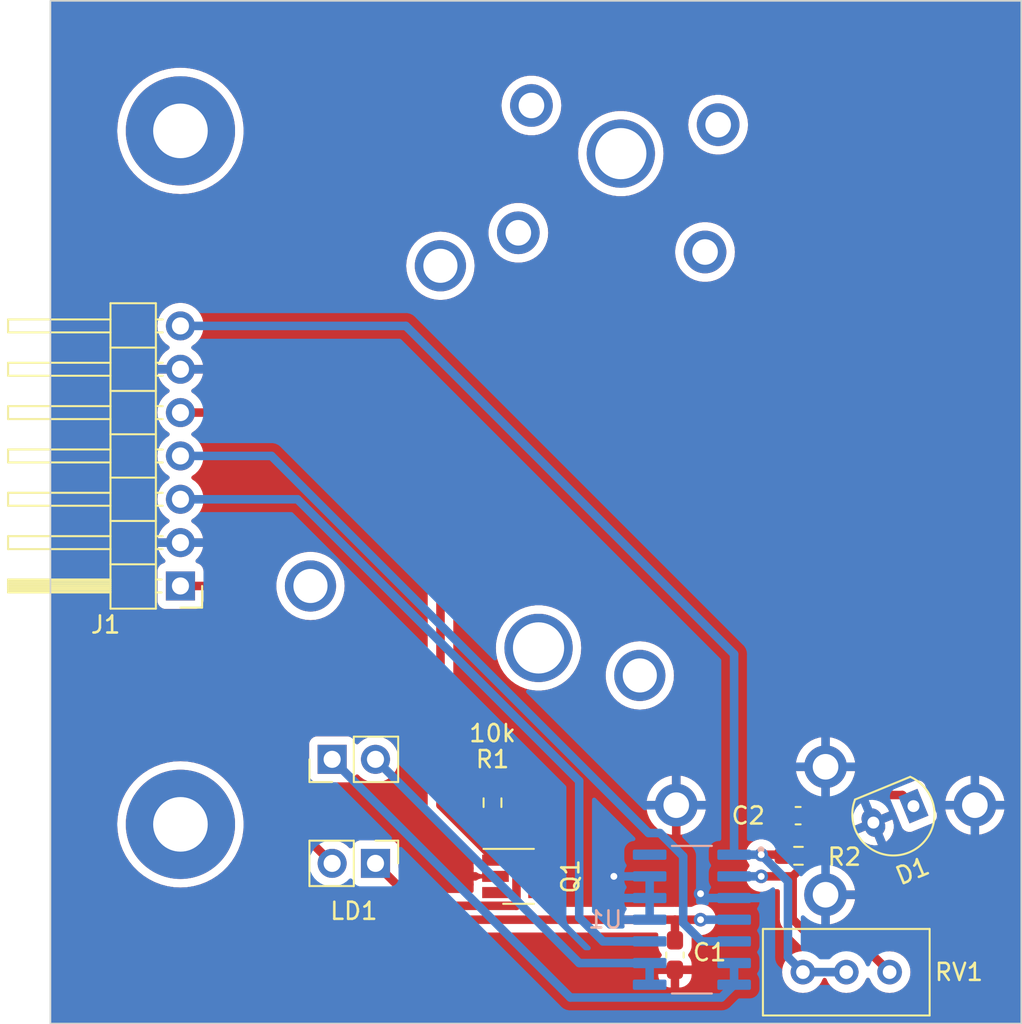
<source format=kicad_pcb>
(kicad_pcb (version 20221018) (generator pcbnew)
  (layers (0 "F.Cu" signal) (31 "B.Cu" signal) (34 "B.Paste" user) (35 "F.Paste" user) (36 "B.SilkS" user "B.Silkscreen") (37 "F.SilkS" user "F.Silkscreen") (38 "B.Mask" user) (39 "F.Mask" user) (44 "Edge.Cuts" user))
  (net 0 "")
  (net 1 "+3V0")
  (net 2 "GND")
  (net 3 "Net-(D1-K)")
  (net 4 "/PD_OUT")
  (net 5 "/COIL_P")
  (net 6 "/COIL_N")
  (net 7 "/LD")
  (net 8 "Net-(U1B--)")
  (net 9 "Net-(U1C--)")
  (net 10 "Net-(LD1-K)")
  (footprint "MountingHole:MountingHole_2.2mm_M2_Pad" (layer "F.Cu") (at 127.2631 83.2979)
    (fp_text reference "REF**" hide)
    (fp_text value "MountingHole_2.2mm_M2_Pad" hide)
    (pad "" thru_hole circle (at 0 0) (size 2.5 2.5) (drill 1.5) (layers "*.Cu" "*.Mask"))
  )
  (footprint "MountingHole:MountingHole_2.2mm_M2_Pad" (layer "F.Cu") (at 143.0755 115.7164)
    (fp_text reference "REF**" hide)
    (fp_text value "MountingHole_2.2mm_M2_Pad" hide)
    (pad "" thru_hole circle (at 0 0) (size 2.5 2.5) (drill 1.5) (layers "*.Cu" "*.Mask") (net 2 "GND"))
  )
  (footprint "MountingHole:MountingHole_2.2mm_M2_Pad" (layer "F.Cu") (at 104.14 102.87)
    (fp_text reference "REF**" hide)
    (fp_text value "MountingHole_2.2mm_M2_Pad" hide)
    (pad "" thru_hole circle (at 0 0) (size 3 3) (drill 2) (layers "*.Cu" "*.Mask"))
  )
  (footprint "Potentiometer_THT:Potentiometer_Bourns_3296W_Vertical" (layer "F.Cu") (at 138.08 125.5)
    (fp_text reference "RV1" (at 4.064 0) (layer "F.SilkS"))
    (fp_text value "1M")
    (fp_line (start -7.425 -2.53) (end -7.425 2.54) (stroke (width 0.12)) (layer "F.SilkS"))
    (fp_line (start -7.425 -2.53) (end 2.345 -2.53) (stroke (width 0.12)) (layer "F.SilkS"))
    (fp_line (start -7.425 2.54) (end 2.345 2.54) (stroke (width 0.12)) (layer "F.SilkS"))
    (fp_line (start 2.345 -2.53) (end 2.345 2.54) (stroke (width 0.12)) (layer "F.SilkS"))
    (pad "1" thru_hole circle (at 0 0) (size 1.44 1.44) (drill 0.8) (layers "*.Cu" "*.Mask") (net 3 "Net-(D1-K)"))
    (pad "2" thru_hole circle (at -2.54 0) (size 1.44 1.44) (drill 0.8) (layers "*.Cu" "*.Mask") (net 4 "/PD_OUT"))
    (pad "3" thru_hole circle (at -5.08 0) (size 1.44 1.44) (drill 0.8) (layers "*.Cu" "*.Mask") (net 4 "/PD_OUT"))
  )
  (footprint "MountingHole:MountingHole_2.2mm_M2_Pad" (layer "F.Cu") (at 123.4407 108.11249)
    (fp_text reference "REF**" hide)
    (fp_text value "MountingHole_2.2mm_M2_Pad" hide)
    (pad "" thru_hole circle (at 0 0) (size 3 3) (drill 2) (layers "*.Cu" "*.Mask"))
  )
  (footprint "MountingHole:MountingHole_2.2mm_M2_Pad" (layer "F.Cu") (at 122.3274 77.5328)
    (fp_text reference "REF**" hide)
    (fp_text value "MountingHole_2.2mm_M2_Pad" hide)
    (pad "" thru_hole circle (at 0 0) (size 4 4) (drill 3) (layers "*.Cu" "*.Mask"))
  )
  (footprint "MountingHole:MountingHole_3.2mm_M3_Pad" (layer "F.Cu") (at 96.52 76.2)
    (fp_text reference "REF**" hide)
    (fp_text value "MountingHole_3.2mm_M3_Pad" hide)
    (pad "1" thru_hole circle (at 0 0) (size 6.4 6.4) (drill 3.2) (layers "*.Cu" "*.Mask"))
  )
  (footprint "Package_TO_SOT_THT:SOD-70_P2.54mm" (layer "F.Cu") (at 139.477596 115.771835 -157.65)
    (fp_text reference "D1" (at 1.5 -3.5 22.35) (layer "F.SilkS"))
    (fp_text value "VTP9812FH" hide)
    (fp_line (start 3.017141 1.66) (end -0.477141 1.66) (stroke (width 0.12)) (layer "F.SilkS"))
    (fp_arc (start -0.477141 1.66) (mid 1.27 -2.41) (end 3.017141 1.66) (stroke (width 0.12)) (layer "F.SilkS"))
    (pad "1" thru_hole rect (at 0 0 202.35) (size 1.2 1.7) (drill 0.7) (layers "*.Cu" "*.Mask") (net 3 "Net-(D1-K)"))
    (pad "2" thru_hole oval (at 2.54 0 202.35) (size 1.2 1.7) (drill 0.7) (layers "*.Cu" "*.Mask") (net 2 "GND"))
  )
  (footprint "MountingHole:MountingHole_2.2mm_M2_Pad" (layer "F.Cu") (at 111.75404 84.106)
    (fp_text reference "REF**" hide)
    (fp_text value "MountingHole_2.2mm_M2_Pad" hide)
    (pad "" thru_hole circle (at 0 0) (size 3 3) (drill 2) (layers "*.Cu" "*.Mask"))
  )
  (footprint "MountingHole:MountingHole_2.2mm_M2_Pad" (layer "F.Cu") (at 134.3255 113.4664)
    (fp_text reference "REF**" hide)
    (fp_text value "MountingHole_2.2mm_M2_Pad" hide)
    (pad "" thru_hole circle (at 0 0) (size 2.5 2.5) (drill 1.5) (layers "*.Cu" "*.Mask") (net 2 "GND"))
  )
  (footprint "MountingHole:MountingHole_2.2mm_M2_Pad" (layer "F.Cu") (at 128.0309 75.8373)
    (fp_text reference "REF**" hide)
    (fp_text value "MountingHole_2.2mm_M2_Pad" hide)
    (pad "" thru_hole circle (at 0 0) (size 2.5 2.5) (drill 1.5) (layers "*.Cu" "*.Mask"))
  )
  (footprint "Capacitor_SMD:C_0603_1608Metric_Pad1.08x0.95mm_HandSolder" (layer "F.Cu") (at 132.718 116.332 180)
    (fp_text reference "C2" (at 2.924 0 -360) (layer "F.SilkS"))
    (fp_text value "DNI" hide)
    (fp_line (start -0.146267 -0.51) (end 0.146267 -0.51) (stroke (width 0.12)) (layer "F.SilkS"))
    (fp_line (start -0.146267 0.51) (end 0.146267 0.51) (stroke (width 0.12)) (layer "F.SilkS"))
    (pad "1" smd roundrect (at -0.8625 0 180) (size 1.075 0.95) (layers "F.Cu" "F.Paste" "F.Mask") (net 3 "Net-(D1-K)"))
    (pad "2" smd roundrect (at 0.8625 0 180) (size 1.075 0.95) (layers "F.Cu" "F.Paste" "F.Mask") (net 4 "/PD_OUT"))
  )
  (footprint "MountingHole:MountingHole_2.2mm_M2_Pad" (layer "F.Cu") (at 117.0887 74.7111)
    (fp_text reference "REF**" hide)
    (fp_text value "MountingHole_2.2mm_M2_Pad" hide)
    (pad "" thru_hole circle (at 0 0) (size 2.5 2.5) (drill 1.5) (layers "*.Cu" "*.Mask"))
  )
  (footprint "MountingHole:MountingHole_2.2mm_M2_Pad" (layer "F.Cu") (at 134.3255 120.9664)
    (fp_text reference "REF**" hide)
    (fp_text value "MountingHole_2.2mm_M2_Pad" hide)
    (pad "" thru_hole circle (at 0 0) (size 2.5 2.5) (drill 1.5) (layers "*.Cu" "*.Mask") (net 2 "GND"))
  )
  (footprint "Resistor_SMD:R_0603_1608Metric_Pad0.98x0.95mm_HandSolder" (layer "F.Cu") (at 132.7385 118.683 180)
    (fp_text reference "R2" (at -2.6905 -0.065 -360) (layer "F.SilkS"))
    (fp_text value "DNI" hide)
    (fp_line (start -0.254724 -0.5225) (end 0.254724 -0.5225) (stroke (width 0.12)) (layer "F.SilkS"))
    (fp_line (start -0.254724 0.5225) (end 0.254724 0.5225) (stroke (width 0.12)) (layer "F.SilkS"))
    (pad "1" smd roundrect (at -0.9125 0 180) (size 0.975 0.95) (layers "F.Cu" "F.Paste" "F.Mask") (net 3 "Net-(D1-K)"))
    (pad "2" smd roundrect (at 0.9125 0 180) (size 0.975 0.95) (layers "F.Cu" "F.Paste" "F.Mask") (net 4 "/PD_OUT"))
  )
  (footprint "Connector_PinHeader_2.54mm:PinHeader_1x02_P2.54mm_Vertical" (layer "F.Cu") (at 107.95 119.126 -90)
    (fp_text reference "LD1" (at 2.794 1.27) (layer "F.SilkS"))
    (fp_text value "~")
    (fp_line (start -1.33 -1.33) (end 0 -1.33) (stroke (width 0.12)) (layer "F.SilkS"))
    (fp_line (start -1.33 0) (end -1.33 -1.33) (stroke (width 0.12)) (layer "F.SilkS"))
    (fp_line (start -1.33 1.27) (end -1.33 3.87) (stroke (width 0.12)) (layer "F.SilkS"))
    (fp_line (start -1.33 1.27) (end 1.33 1.27) (stroke (width 0.12)) (layer "F.SilkS"))
    (fp_line (start -1.33 3.87) (end 1.33 3.87) (stroke (width 0.12)) (layer "F.SilkS"))
    (fp_line (start 1.33 1.27) (end 1.33 3.87) (stroke (width 0.12)) (layer "F.SilkS"))
    (pad "1" thru_hole rect (at 0 0 270) (size 1.7 1.7) (drill 1) (layers "*.Cu" "*.Mask") (net 10 "Net-(LD1-K)"))
    (pad "2" thru_hole oval (at 0 2.54 270) (size 1.7 1.7) (drill 1) (layers "*.Cu" "*.Mask") (net 1 "+3V0"))
  )
  (footprint "Resistor_SMD:R_0603_1608Metric_Pad0.98x0.95mm_HandSolder" (layer "F.Cu") (at 114.808 115.57 90)
    (fp_text reference "R1" (at 2.54 0 180) (layer "F.SilkS"))
    (fp_text value "10k" (at 4.064 0 180) (layer "F.SilkS"))
    (fp_line (start -0.254724 -0.5225) (end 0.254724 -0.5225) (stroke (width 0.12)) (layer "F.SilkS"))
    (fp_line (start -0.254724 0.5225) (end 0.254724 0.5225) (stroke (width 0.12)) (layer "F.SilkS"))
    (pad "1" smd roundrect (at -0.9125 0 90) (size 0.975 0.95) (layers "F.Cu" "F.Paste" "F.Mask") (net 7 "/LD"))
    (pad "2" smd roundrect (at 0.9125 0 90) (size 0.975 0.95) (layers "F.Cu" "F.Paste" "F.Mask") (net 2 "GND"))
  )
  (footprint "Capacitor_SMD:C_0603_1608Metric_Pad1.08x0.95mm_HandSolder" (layer "F.Cu") (at 125.5 124.5 -90)
    (fp_text reference "C1" (at -0.1535 -2.032) (layer "F.SilkS"))
    (fp_text value "1uF" hide)
    (fp_line (start -0.146267 -0.51) (end 0.146267 -0.51) (stroke (width 0.12)) (layer "F.SilkS"))
    (fp_line (start -0.146267 0.51) (end 0.146267 0.51) (stroke (width 0.12)) (layer "F.SilkS"))
    (pad "1" smd roundrect (at -0.8625 0 270) (size 1.075 0.95) (layers "F.Cu" "F.Paste" "F.Mask") (net 1 "+3V0"))
    (pad "2" smd roundrect (at 0.8625 0 270) (size 1.075 0.95) (layers "F.Cu" "F.Paste" "F.Mask") (net 2 "GND"))
  )
  (footprint "Connector_PinHeader_2.54mm:PinHeader_1x02_P2.54mm_Vertical" (layer "F.Cu") (at 105.41 113.03 90)
    (fp_text reference "L1" hide)
    (fp_text value "COIL")
    (fp_line (start -1.33 -1.33) (end 0 -1.33) (stroke (width 0.12)) (layer "F.SilkS"))
    (fp_line (start -1.33 0) (end -1.33 -1.33) (stroke (width 0.12)) (layer "F.SilkS"))
    (fp_line (start -1.33 1.27) (end -1.33 3.87) (stroke (width 0.12)) (layer "F.SilkS"))
    (fp_line (start -1.33 1.27) (end 1.33 1.27) (stroke (width 0.12)) (layer "F.SilkS"))
    (fp_line (start -1.33 3.87) (end 1.33 3.87) (stroke (width 0.12)) (layer "F.SilkS"))
    (fp_line (start 1.33 1.27) (end 1.33 3.87) (stroke (width 0.12)) (layer "F.SilkS"))
    (pad "1" thru_hole rect (at 0 0 90) (size 1.7 1.7) (drill 1) (layers "*.Cu" "*.Mask") (net 8 "Net-(U1B--)"))
    (pad "2" thru_hole oval (at 0 2.54 90) (size 1.7 1.7) (drill 1) (layers "*.Cu" "*.Mask") (net 9 "Net-(U1C--)"))
  )
  (footprint "MountingHole:MountingHole_2.2mm_M2_Pad" (layer "F.Cu") (at 116.3209 82.1717)
    (fp_text reference "REF**" hide)
    (fp_text value "MountingHole_2.2mm_M2_Pad" hide)
    (pad "" thru_hole circle (at 0 0) (size 2.5 2.5) (drill 1.5) (layers "*.Cu" "*.Mask"))
  )
  (footprint "MountingHole:MountingHole_2.2mm_M2_Pad" (layer "F.Cu") (at 125.5755 115.7164)
    (fp_text reference "REF**" hide)
    (fp_text value "MountingHole_2.2mm_M2_Pad" hide)
    (pad "" thru_hole circle (at 0 0) (size 2.5 2.5) (drill 1.5) (layers "*.Cu" "*.Mask") (net 2 "GND"))
  )
  (footprint "MountingHole:MountingHole_3.2mm_M3_Pad" (layer "F.Cu") (at 96.52 116.84)
    (fp_text reference "REF**" hide)
    (fp_text value "MountingHole_3.2mm_M3_Pad" hide)
    (pad "1" thru_hole circle (at 0 0) (size 6.4 6.4) (drill 3.2) (layers "*.Cu" "*.Mask"))
  )
  (footprint "Package_TO_SOT_SMD:SOT-23-6_Handsoldering" (layer "F.Cu") (at 116.332 119.888)
    (fp_text reference "Q1" (at 3.048 0 90) (layer "F.SilkS"))
    (fp_text value "2N7002VA")
    (fp_line (start -0.9 1.61) (end 0.9 1.61) (stroke (width 0.12)) (layer "F.SilkS"))
    (fp_line (start 0.9 -1.61) (end -2.05 -1.61) (stroke (width 0.12)) (layer "F.SilkS"))
    (pad "1" smd rect (at -1.35 -0.95) (size 1.56 0.65) (layers "F.Cu" "F.Paste" "F.Mask") (net 7 "/LD"))
    (pad "2" smd rect (at -1.35 0) (size 1.56 0.65) (layers "F.Cu" "F.Paste" "F.Mask") (net 2 "GND"))
    (pad "3" smd rect (at -1.35 0.95) (size 1.56 0.65) (layers "F.Cu" "F.Paste" "F.Mask"))
    (pad "4" smd rect (at 1.35 0.95) (size 1.56 0.65) (layers "F.Cu" "F.Paste" "F.Mask") (net 2 "GND"))
    (pad "5" smd rect (at 1.35 0) (size 1.56 0.65) (layers "F.Cu" "F.Paste" "F.Mask"))
    (pad "6" smd rect (at 1.35 -0.95) (size 1.56 0.65) (layers "F.Cu" "F.Paste" "F.Mask") (net 10 "Net-(LD1-K)"))
  )
  (footprint "MountingHole:MountingHole_2.2mm_M2_Pad" (layer "F.Cu") (at 117.5057 106.50043)
    (fp_text reference "REF**" hide)
    (fp_text value "MountingHole_2.2mm_M2_Pad" hide)
    (pad "" thru_hole circle (at 0 0) (size 4 4) (drill 3) (layers "*.Cu" "*.Mask"))
  )
  (footprint "Connector_PinHeader_2.54mm:PinHeader_1x07_P2.54mm_Horizontal" (layer "F.Cu") (at 96.52 102.87 180)
    (fp_text reference "J1" (at 4.385 -2.27 180) (layer "F.SilkS"))
    (fp_text value "Conn_01x06_Pin" hide)
    (fp_line (start -1.27 -1.27) (end 0 -1.27) (stroke (width 0.12)) (layer "F.SilkS"))
    (fp_line (start -1.27 0) (end -1.27 -1.27) (stroke (width 0.12)) (layer "F.SilkS"))
    (fp_line (start 1.042929 2.16) (end 1.44 2.16) (stroke (width 0.12)) (layer "F.SilkS"))
    (fp_line (start 1.042929 2.92) (end 1.44 2.92) (stroke (width 0.12)) (layer "F.SilkS"))
    (fp_line (start 1.042929 4.7) (end 1.44 4.7) (stroke (width 0.12)) (layer "F.SilkS"))
    (fp_line (start 1.042929 5.46) (end 1.44 5.46) (stroke (width 0.12)) (layer "F.SilkS"))
    (fp_line (start 1.042929 7.24) (end 1.44 7.24) (stroke (width 0.12)) (layer "F.SilkS"))
    (fp_line (start 1.042929 8) (end 1.44 8) (stroke (width 0.12)) (layer "F.SilkS"))
    (fp_line (start 1.042929 9.78) (end 1.44 9.78) (stroke (width 0.12)) (layer "F.SilkS"))
    (fp_line (start 1.042929 10.54) (end 1.44 10.54) (stroke (width 0.12)) (layer "F.SilkS"))
    (fp_line (start 1.042929 12.32) (end 1.44 12.32) (stroke (width 0.12)) (layer "F.SilkS"))
    (fp_line (start 1.042929 13.08) (end 1.44 13.08) (stroke (width 0.12)) (layer "F.SilkS"))
    (fp_line (start 1.042929 14.86) (end 1.44 14.86) (stroke (width 0.12)) (layer "F.SilkS"))
    (fp_line (start 1.042929 15.62) (end 1.44 15.62) (stroke (width 0.12)) (layer "F.SilkS"))
    (fp_line (start 1.11 -0.38) (end 1.44 -0.38) (stroke (width 0.12)) (layer "F.SilkS"))
    (fp_line (start 1.11 0.38) (end 1.44 0.38) (stroke (width 0.12)) (layer "F.SilkS"))
    (fp_line (start 1.44 -1.33) (end 1.44 16.57) (stroke (width 0.12)) (layer "F.SilkS"))
    (fp_line (start 1.44 1.27) (end 4.1 1.27) (stroke (width 0.12)) (layer "F.SilkS"))
    (fp_line (start 1.44 3.81) (end 4.1 3.81) (stroke (width 0.12)) (layer "F.SilkS"))
    (fp_line (start 1.44 6.35) (end 4.1 6.35) (stroke (width 0.12)) (layer "F.SilkS"))
    (fp_line (start 1.44 8.89) (end 4.1 8.89) (stroke (width 0.12)) (layer "F.SilkS"))
    (fp_line (start 1.44 11.43) (end 4.1 11.43) (stroke (width 0.12)) (layer "F.SilkS"))
    (fp_line (start 1.44 13.97) (end 4.1 13.97) (stroke (width 0.12)) (layer "F.SilkS"))
    (fp_line (start 1.44 16.57) (end 4.1 16.57) (stroke (width 0.12)) (layer "F.SilkS"))
    (fp_line (start 4.1 -1.33) (end 1.44 -1.33) (stroke (width 0.12)) (layer "F.SilkS"))
    (fp_line (start 4.1 -0.38) (end 10.1 -0.38) (stroke (width 0.12)) (layer "F.SilkS"))
    (fp_line (start 4.1 -0.32) (end 10.1 -0.32) (stroke (width 0.12)) (layer "F.SilkS"))
    (fp_line (start 4.1 -0.2) (end 10.1 -0.2) (stroke (width 0.12)) (layer "F.SilkS"))
    (fp_line (start 4.1 -0.08) (end 10.1 -0.08) (stroke (width 0.12)) (layer "F.SilkS"))
    (fp_line (start 4.1 0.04) (end 10.1 0.04) (stroke (width 0.12)) (layer "F.SilkS"))
    (fp_line (start 4.1 0.16) (end 10.1 0.16) (stroke (width 0.12)) (layer "F.SilkS"))
    (fp_line (start 4.1 0.28) (end 10.1 0.28) (stroke (width 0.12)) (layer "F.SilkS"))
    (fp_line (start 4.1 2.16) (end 10.1 2.16) (stroke (width 0.12)) (layer "F.SilkS"))
    (fp_line (start 4.1 4.7) (end 10.1 4.7) (stroke (width 0.12)) (layer "F.SilkS"))
    (fp_line (start 4.1 7.24) (end 10.1 7.24) (stroke (width 0.12)) (layer "F.SilkS"))
    (fp_line (start 4.1 9.78) (end 10.1 9.78) (stroke (width 0.12)) (layer "F.SilkS"))
    (fp_line (start 4.1 12.32) (end 10.1 12.32) (stroke (width 0.12)) (layer "F.SilkS"))
    (fp_line (start 4.1 14.86) (end 10.1 14.86) (stroke (width 0.12)) (layer "F.SilkS"))
    (fp_line (start 4.1 16.57) (end 4.1 -1.33) (stroke (width 0.12)) (layer "F.SilkS"))
    (fp_line (start 10.1 -0.38) (end 10.1 0.38) (stroke (width 0.12)) (layer "F.SilkS"))
    (fp_line (start 10.1 0.38) (end 4.1 0.38) (stroke (width 0.12)) (layer "F.SilkS"))
    (fp_line (start 10.1 2.16) (end 10.1 2.92) (stroke (width 0.12)) (layer "F.SilkS"))
    (fp_line (start 10.1 2.92) (end 4.1 2.92) (stroke (width 0.12)) (layer "F.SilkS"))
    (fp_line (start 10.1 4.7) (end 10.1 5.46) (stroke (width 0.12)) (layer "F.SilkS"))
    (fp_line (start 10.1 5.46) (end 4.1 5.46) (stroke (width 0.12)) (layer "F.SilkS"))
    (fp_line (start 10.1 7.24) (end 10.1 8) (stroke (width 0.12)) (layer "F.SilkS"))
    (fp_line (start 10.1 8) (end 4.1 8) (stroke (width 0.12)) (layer "F.SilkS"))
    (fp_line (start 10.1 9.78) (end 10.1 10.54) (stroke (width 0.12)) (layer "F.SilkS"))
    (fp_line (start 10.1 10.54) (end 4.1 10.54) (stroke (width 0.12)) (layer "F.SilkS"))
    (fp_line (start 10.1 12.32) (end 10.1 13.08) (stroke (width 0.12)) (layer "F.SilkS"))
    (fp_line (start 10.1 13.08) (end 4.1 13.08) (stroke (width 0.12)) (layer "F.SilkS"))
    (fp_line (start 10.1 14.86) (end 10.1 15.62) (stroke (width 0.12)) (layer "F.SilkS"))
    (fp_line (start 10.1 15.62) (end 4.1 15.62) (stroke (width 0.12)) (layer "F.SilkS"))
    (pad "1" thru_hole rect (at 0 0 180) (size 1.7 1.7) (drill 1) (layers "*.Cu" "*.Mask") (net 1 "+3V0"))
    (pad "2" thru_hole oval (at 0 2.54 180) (size 1.7 1.7) (drill 1) (layers "*.Cu" "*.Mask") (net 2 "GND"))
    (pad "3" thru_hole oval (at 0 5.08 180) (size 1.7 1.7) (drill 1) (layers "*.Cu" "*.Mask") (net 6 "/COIL_N"))
    (pad "4" thru_hole oval (at 0 7.62 180) (size 1.7 1.7) (drill 1) (layers "*.Cu" "*.Mask") (net 5 "/COIL_P"))
    (pad "5" thru_hole oval (at 0 10.16 180) (size 1.7 1.7) (drill 1) (layers "*.Cu" "*.Mask") (net 7 "/LD"))
    (pad "6" thru_hole oval (at 0 12.7 180) (size 1.7 1.7) (drill 1) (layers "*.Cu" "*.Mask") (net 2 "GND"))
    (pad "7" thru_hole oval (at 0 15.24 180) (size 1.7 1.7) (drill 1) (layers "*.Cu" "*.Mask") (net 4 "/PD_OUT"))
  )
  (footprint "LaserScanner:SOIC127P600X175-14N" (layer "B.Cu") (at 126.492 122.428 180)
    (fp_text reference "U1" (at 5.08 0 180) (layer "B.SilkS") (effects (justify mirror)))
    (fp_text value "LM2902")
    (fp_line (start -1.17 -4.325) (end 1.17 -4.325) (stroke (width 0.127)) (layer "B.SilkS"))
    (fp_line (start -1.17 4.325) (end 1.17 4.325) (stroke (width 0.127)) (layer "B.SilkS"))
    (fp_circle (center -4.05 4.1) (end -3.95 4.1) (stroke (width 0.2)) (fill none) (layer "B.SilkS"))
    (pad "1" smd roundrect (at -2.475 3.81 180) (size 1.97 0.6) (layers "B.Cu" "B.Paste" "B.Mask") (roundrect_rratio 0.15) (net 4 "/PD_OUT"))
    (pad "2" smd roundrect (at -2.475 2.54 180) (size 1.97 0.6) (layers "B.Cu" "B.Paste" "B.Mask") (roundrect_rratio 0.15) (net 3 "Net-(D1-K)"))
    (pad "3" smd roundrect (at -2.475 1.27 180) (size 1.97 0.6) (layers "B.Cu" "B.Paste" "B.Mask") (roundrect_rratio 0.15) (net 2 "GND"))
    (pad "4" smd roundrect (at -2.475 0 180) (size 1.97 0.6) (layers "B.Cu" "B.Paste" "B.Mask") (roundrect_rratio 0.15) (net 1 "+3V0"))
    (pad "5" smd roundrect (at -2.475 -1.27 180) (size 1.97 0.6) (layers "B.Cu" "B.Paste" "B.Mask") (roundrect_rratio 0.15) (net 5 "/COIL_P"))
    (pad "6" smd roundrect (at -2.475 -2.54 180) (size 1.97 0.6) (layers "B.Cu" "B.Paste" "B.Mask") (roundrect_rratio 0.15) (net 8 "Net-(U1B--)"))
    (pad "7" smd roundrect (at -2.475 -3.81 180) (size 1.97 0.6) (layers "B.Cu" "B.Paste" "B.Mask") (roundrect_rratio 0.15) (net 8 "Net-(U1B--)"))
    (pad "8" smd roundrect (at 2.475 -3.81 180) (size 1.97 0.6) (layers "B.Cu" "B.Paste" "B.Mask") (roundrect_rratio 0.15) (net 9 "Net-(U1C--)"))
    (pad "9" smd roundrect (at 2.475 -2.54 180) (size 1.97 0.6) (layers "B.Cu" "B.Paste" "B.Mask") (roundrect_rratio 0.15) (net 9 "Net-(U1C--)"))
    (pad "10" smd roundrect (at 2.475 -1.27 180) (size 1.97 0.6) (layers "B.Cu" "B.Paste" "B.Mask") (roundrect_rratio 0.15) (net 6 "/COIL_N"))
    (pad "11" smd roundrect (at 2.475 0 180) (size 1.97 0.6) (layers "B.Cu" "B.Paste" "B.Mask") (roundrect_rratio 0.15) (net 2 "GND"))
    (pad "12" smd roundrect (at 2.475 1.27 180) (size 1.97 0.6) (layers "B.Cu" "B.Paste" "B.Mask") (roundrect_rratio 0.15) (net 2 "GND"))
    (pad "13" smd roundrect (at 2.475 2.54 180) (size 1.97 0.6) (layers "B.Cu" "B.Paste" "B.Mask") (roundrect_rratio 0.15) (net 2 "GND"))
    (pad "14" smd roundrect (at 2.475 3.81 180) (size 1.97 0.6) (layers "B.Cu" "B.Paste" "B.Mask") (roundrect_rratio 0.15))
  )
  (gr_rect (start 88.9 68.58) (end 145.796 128.516) (stroke (width 0.1)) (fill none) (layer "Edge.Cuts"))
  (segment (start 107.95 122.428) (end 123.698 122.428) (width 0.5) (layer "F.Cu") (net 1))
  (segment (start 101.6 115.316) (end 101.6 114.554) (width 0.5) (layer "F.Cu") (net 1))
  (segment (start 101.6 114.554) (end 101.6 119.634) (width 0.5) (layer "F.Cu") (net 1))
  (segment (start 101.6 119.634) (end 104.394 122.428) (width 0.5) (layer "F.Cu") (net 1))
  (segment (start 104.394 122.428) (end 107.95 122.428) (width 0.5) (layer "F.Cu") (net 1))
  (segment (start 96.52 102.87) (end 99.568 102.87) (width 0.5) (layer "F.Cu") (net 1))
  (segment (start 123.698 122.428) (end 125.5 122.428) (width 0.5) (layer "F.Cu") (net 1))
  (segment (start 105.41 119.126) (end 101.6 115.316) (width 0.5) (layer "F.Cu") (net 1))
  (segment (start 101.6 104.902) (end 101.6 114.554) (width 0.5) (layer "F.Cu") (net 1))
  (segment (start 125.5 123.6375) (end 125.5 122.428) (width 0.5) (layer "F.Cu") (net 1))
  (segment (start 125.5 122.428) (end 127 122.428) (width 0.5) (layer "F.Cu") (net 1))
  (segment (start 99.568 102.87) (end 101.6 104.902) (width 0.5) (layer "F.Cu") (net 1))
  (via (at 127 122.428) (size 0.8) (drill 0.4) (layers "F.Cu" "B.Cu") (net 1))
  (segment (start 128.967 122.428) (end 127 122.428) (width 0.5) (layer "B.Cu") (net 1))
  (via (at 121.92 119.888) (size 0.8) (drill 0.4) (layers "F.Cu" "B.Cu") (net 2))
  (via (at 127 120.904) (size 0.8) (drill 0.4) (layers "F.Cu" "B.Cu") (net 2))
  (segment (start 133.604 116.3555) (end 133.5805 116.332) (width 0.5) (layer "F.Cu") (net 3))
  (segment (start 138.826326 115.120565) (end 139.477596 115.771835) (width 0.5) (layer "F.Cu") (net 3))
  (segment (start 132.399 119.888) (end 133.604 118.683) (width 0.5) (layer "F.Cu") (net 3))
  (segment (start 135.879435 115.120565) (end 138.826326 115.120565) (width 0.5) (layer "F.Cu") (net 3))
  (segment (start 133.5805 116.332) (end 134.668 116.332) (width 0.5) (layer "F.Cu") (net 3))
  (segment (start 132.399 119.888) (end 130.556 119.888) (width 0.5) (layer "F.Cu") (net 3))
  (segment (start 136.58 124) (end 134 124) (width 0.5) (layer "F.Cu") (net 3))
  (segment (start 133.604 118.683) (end 133.604 116.3555) (width 0.5) (layer "F.Cu") (net 3))
  (segment (start 132.399 122.399) (end 132.399 119.888) (width 0.5) (layer "F.Cu") (net 3))
  (segment (start 134.668 116.332) (end 135.879435 115.120565) (width 0.5) (layer "F.Cu") (net 3))
  (segment (start 138.08 125.5) (end 136.58 124) (width 0.5) (layer "F.Cu") (net 3))
  (segment (start 134 124) (end 132.399 122.399) (width 0.5) (layer "F.Cu") (net 3))
  (via (at 130.556 119.888) (size 0.8) (drill 0.4) (layers "F.Cu" "B.Cu") (net 3))
  (segment (start 130.556 119.888) (end 128.967 119.888) (width 0.5) (layer "B.Cu") (net 3))
  (segment (start 131.714 118.618) (end 131.779 118.683) (width 0.5) (layer "F.Cu") (net 4))
  (segment (start 131.779 116.4085) (end 131.8555 116.332) (width 0.5) (layer "F.Cu") (net 4))
  (segment (start 131.779 118.683) (end 131.779 116.4085) (width 0.5) (layer "F.Cu") (net 4))
  (segment (start 130.556 118.618) (end 131.714 118.618) (width 0.5) (layer "F.Cu") (net 4))
  (via (at 130.556 118.618) (size 0.8) (drill 0.4) (layers "F.Cu" "B.Cu") (net 4))
  (segment (start 132.122001 120.184001) (end 132.122001 124.622001) (width 0.5) (layer "B.Cu") (net 4))
  (segment (start 135.54 125.5) (end 133 125.5) (width 0.5) (layer "B.Cu") (net 4))
  (segment (start 109.728 87.63) (end 96.52 87.63) (width 0.5) (layer "B.Cu") (net 4))
  (segment (start 128.967 106.869) (end 109.728 87.63) (width 0.5) (layer "B.Cu") (net 4))
  (segment (start 132.122001 124.622001) (end 133 125.5) (width 0.5) (layer "B.Cu") (net 4))
  (segment (start 128.967 118.618) (end 130.556 118.618) (width 0.5) (layer "B.Cu") (net 4))
  (segment (start 130.556 118.618) (end 132.122001 120.184001) (width 0.5) (layer "B.Cu") (net 4))
  (segment (start 128.967 118.618) (end 128.967 106.869) (width 0.5) (layer "B.Cu") (net 4))
  (segment (start 101.854 95.25) (end 123.952 117.348) (width 0.5) (layer "B.Cu") (net 5))
  (segment (start 125.984 118.71383) (end 125.984 122.614082) (width 0.5) (layer "B.Cu") (net 5))
  (segment (start 127.067918 123.698) (end 128.967 123.698) (width 0.5) (layer "B.Cu") (net 5))
  (segment (start 96.52 95.25) (end 101.854 95.25) (width 0.5) (layer "B.Cu") (net 5))
  (segment (start 125.984 122.614082) (end 127.067918 123.698) (width 0.5) (layer "B.Cu") (net 5))
  (segment (start 124.61817 117.348) (end 125.984 118.71383) (width 0.5) (layer "B.Cu") (net 5))
  (segment (start 123.952 117.348) (end 124.61817 117.348) (width 0.5) (layer "B.Cu") (net 5))
  (segment (start 119.888 122.301) (end 121.285 123.698) (width 0.5) (layer "B.Cu") (net 6))
  (segment (start 121.285 123.698) (end 124.017 123.698) (width 0.5) (layer "B.Cu") (net 6))
  (segment (start 103.378 97.79) (end 119.888 114.3) (width 0.5) (layer "B.Cu") (net 6))
  (segment (start 119.888 114.3) (end 119.888 122.301) (width 0.5) (layer "B.Cu") (net 6))
  (segment (start 96.52 97.79) (end 103.378 97.79) (width 0.5) (layer "B.Cu") (net 6))
  (segment (start 114.982 118.938) (end 114.982 116.6565) (width 0.5) (layer "F.Cu") (net 7))
  (segment (start 111.76 115.716) (end 111.76 102.362) (width 0.5) (layer "F.Cu") (net 7))
  (segment (start 102.108 92.71) (end 96.52 92.71) (width 0.5) (layer "F.Cu") (net 7))
  (segment (start 111.76 102.362) (end 102.108 92.71) (width 0.5) (layer "F.Cu") (net 7))
  (segment (start 114.982 116.6565) (end 114.808 116.4825) (width 0.5) (layer "F.Cu") (net 7))
  (segment (start 114.982 118.938) (end 111.76 115.716) (width 0.5) (layer "F.Cu") (net 7))
  (segment (start 128.967 126.238) (end 128.967 124.968) (width 0.5) (layer "B.Cu") (net 8))
  (segment (start 128.967 126.238) (end 128.217 126.988) (width 0.5) (layer "B.Cu") (net 8))
  (segment (start 119.368 126.988) (end 105.41 113.03) (width 0.5) (layer "B.Cu") (net 8))
  (segment (start 128.217 126.988) (end 119.368 126.988) (width 0.5) (layer "B.Cu") (net 8))
  (segment (start 124.017 126.238) (end 124.017 124.968) (width 0.5) (layer "B.Cu") (net 9))
  (segment (start 119.888 124.968) (end 124.017 124.968) (width 0.5) (layer "B.Cu") (net 9))
  (segment (start 107.95 113.03) (end 119.888 124.968) (width 0.5) (layer "B.Cu") (net 9))
  (segment (start 116.212 119.353) (end 116.627 118.938) (width 0.5) (layer "F.Cu") (net 10))
  (segment (start 116.627 118.938) (end 117.682 118.938) (width 0.5) (layer "F.Cu") (net 10))
  (segment (start 107.95 119.126) (end 110.437 121.613) (width 0.5) (layer "F.Cu") (net 10))
  (segment (start 116.212 121.613) (end 116.212 119.353) (width 0.5) (layer "F.Cu") (net 10))
  (segment (start 110.437 121.613) (end 116.212 121.613) (width 0.5) (layer "F.Cu") (net 10))
  (zone (net 2) (net_name "GND") (layers "F&B.Cu") (connect_pads (clearance 0.5)) (min_thickness 0.25) (fill yes (thermal_gap 0.5) (thermal_bridge_width 0.5))
    (polygon (pts (xy 88.9 68.58) (xy 145.796 68.58) (xy 145.796 128.516) (xy 88.9 128.516)))
  )
)
</source>
